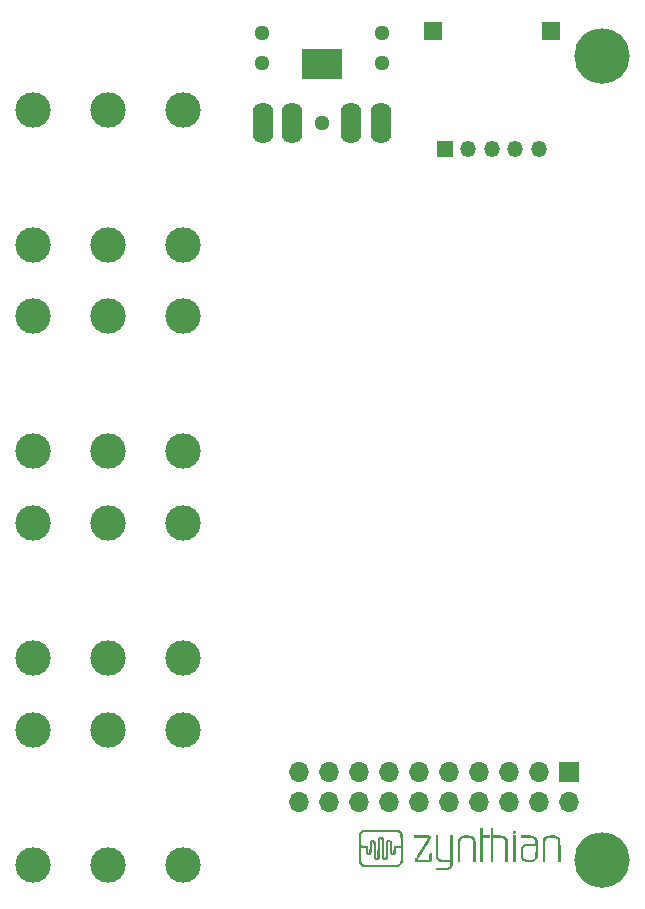
<source format=gbr>
G04 #@! TF.GenerationSoftware,KiCad,Pcbnew,5.1.7-a382d34a8~88~ubuntu18.04.1*
G04 #@! TF.CreationDate,2021-03-11T03:59:41+01:00*
G04 #@! TF.ProjectId,ZynAudioCon,5a796e41-7564-4696-9f43-6f6e2e6b6963,rev?*
G04 #@! TF.SameCoordinates,Original*
G04 #@! TF.FileFunction,Soldermask,Top*
G04 #@! TF.FilePolarity,Negative*
%FSLAX46Y46*%
G04 Gerber Fmt 4.6, Leading zero omitted, Abs format (unit mm)*
G04 Created by KiCad (PCBNEW 5.1.7-a382d34a8~88~ubuntu18.04.1) date 2021-03-11 03:59:41*
%MOMM*%
%LPD*%
G01*
G04 APERTURE LIST*
%ADD10C,0.010000*%
%ADD11O,1.750000X3.500000*%
%ADD12R,3.500000X2.500000*%
%ADD13C,1.280000*%
%ADD14R,1.524000X1.524000*%
%ADD15R,1.350000X1.350000*%
%ADD16O,1.350000X1.350000*%
%ADD17C,4.700000*%
%ADD18O,1.700000X1.700000*%
%ADD19R,1.700000X1.700000*%
%ADD20C,3.000000*%
G04 APERTURE END LIST*
D10*
G04 #@! TO.C,G\u002A\u002A\u002A*
G36*
X101711122Y-117441058D02*
G01*
X101746275Y-117478566D01*
X101758750Y-117533320D01*
X101745673Y-117584075D01*
X101712134Y-117618543D01*
X101666667Y-117633367D01*
X101617807Y-117625190D01*
X101584125Y-117602000D01*
X101555835Y-117555449D01*
X101554089Y-117506654D01*
X101575427Y-117463758D01*
X101616388Y-117434904D01*
X101658320Y-117427375D01*
X101711122Y-117441058D01*
G37*
X101711122Y-117441058D02*
X101746275Y-117478566D01*
X101758750Y-117533320D01*
X101745673Y-117584075D01*
X101712134Y-117618543D01*
X101666667Y-117633367D01*
X101617807Y-117625190D01*
X101584125Y-117602000D01*
X101555835Y-117555449D01*
X101554089Y-117506654D01*
X101575427Y-117463758D01*
X101616388Y-117434904D01*
X101658320Y-117427375D01*
X101711122Y-117441058D01*
G36*
X104946862Y-117848644D02*
G01*
X105029061Y-117849794D01*
X105090681Y-117852284D01*
X105137306Y-117856636D01*
X105174521Y-117863372D01*
X105207912Y-117873016D01*
X105243062Y-117886089D01*
X105243312Y-117886188D01*
X105343925Y-117940858D01*
X105425954Y-118015964D01*
X105484354Y-118106413D01*
X105499784Y-118145192D01*
X105505799Y-118165805D01*
X105510937Y-118190332D01*
X105515288Y-118221416D01*
X105518943Y-118261701D01*
X105521991Y-118313832D01*
X105524522Y-118380451D01*
X105526626Y-118464204D01*
X105528393Y-118567733D01*
X105529912Y-118693683D01*
X105531274Y-118844699D01*
X105532569Y-119023422D01*
X105533256Y-119129968D01*
X105538901Y-120030875D01*
X105410000Y-120030875D01*
X105410000Y-119182343D01*
X105409661Y-118971945D01*
X105408658Y-118785974D01*
X105407014Y-118625589D01*
X105404748Y-118491945D01*
X105401882Y-118386200D01*
X105398437Y-118309512D01*
X105394435Y-118263036D01*
X105393019Y-118254635D01*
X105360090Y-118169966D01*
X105302974Y-118092635D01*
X105229209Y-118031326D01*
X105175552Y-118004045D01*
X105142576Y-117993214D01*
X105104622Y-117985378D01*
X105056137Y-117980093D01*
X104991570Y-117976911D01*
X104905368Y-117975387D01*
X104814687Y-117975062D01*
X104692473Y-117976201D01*
X104596767Y-117980485D01*
X104522379Y-117989217D01*
X104464120Y-118003700D01*
X104416803Y-118025236D01*
X104375237Y-118055127D01*
X104334233Y-118094676D01*
X104333014Y-118095965D01*
X104312882Y-118117972D01*
X104295721Y-118139746D01*
X104281296Y-118163890D01*
X104269368Y-118193006D01*
X104259700Y-118229698D01*
X104252055Y-118276570D01*
X104246196Y-118336225D01*
X104241885Y-118411266D01*
X104238885Y-118504296D01*
X104236960Y-118617918D01*
X104235870Y-118754736D01*
X104235381Y-118917354D01*
X104235253Y-119108374D01*
X104235250Y-119168568D01*
X104235250Y-120030875D01*
X104124125Y-120030875D01*
X104124125Y-119146885D01*
X104124154Y-118941753D01*
X104124442Y-118765794D01*
X104125286Y-118616430D01*
X104126987Y-118491085D01*
X104129841Y-118387180D01*
X104134149Y-118302139D01*
X104140209Y-118233385D01*
X104148320Y-118178340D01*
X104158780Y-118134427D01*
X104171888Y-118099069D01*
X104187943Y-118069689D01*
X104207244Y-118043709D01*
X104230089Y-118018551D01*
X104256777Y-117991640D01*
X104258203Y-117990217D01*
X104305198Y-117946737D01*
X104351764Y-117912980D01*
X104402732Y-117887763D01*
X104462929Y-117869905D01*
X104537185Y-117858227D01*
X104630329Y-117851547D01*
X104747190Y-117848684D01*
X104838500Y-117848311D01*
X104946862Y-117848644D01*
G37*
X104946862Y-117848644D02*
X105029061Y-117849794D01*
X105090681Y-117852284D01*
X105137306Y-117856636D01*
X105174521Y-117863372D01*
X105207912Y-117873016D01*
X105243062Y-117886089D01*
X105243312Y-117886188D01*
X105343925Y-117940858D01*
X105425954Y-118015964D01*
X105484354Y-118106413D01*
X105499784Y-118145192D01*
X105505799Y-118165805D01*
X105510937Y-118190332D01*
X105515288Y-118221416D01*
X105518943Y-118261701D01*
X105521991Y-118313832D01*
X105524522Y-118380451D01*
X105526626Y-118464204D01*
X105528393Y-118567733D01*
X105529912Y-118693683D01*
X105531274Y-118844699D01*
X105532569Y-119023422D01*
X105533256Y-119129968D01*
X105538901Y-120030875D01*
X105410000Y-120030875D01*
X105410000Y-119182343D01*
X105409661Y-118971945D01*
X105408658Y-118785974D01*
X105407014Y-118625589D01*
X105404748Y-118491945D01*
X105401882Y-118386200D01*
X105398437Y-118309512D01*
X105394435Y-118263036D01*
X105393019Y-118254635D01*
X105360090Y-118169966D01*
X105302974Y-118092635D01*
X105229209Y-118031326D01*
X105175552Y-118004045D01*
X105142576Y-117993214D01*
X105104622Y-117985378D01*
X105056137Y-117980093D01*
X104991570Y-117976911D01*
X104905368Y-117975387D01*
X104814687Y-117975062D01*
X104692473Y-117976201D01*
X104596767Y-117980485D01*
X104522379Y-117989217D01*
X104464120Y-118003700D01*
X104416803Y-118025236D01*
X104375237Y-118055127D01*
X104334233Y-118094676D01*
X104333014Y-118095965D01*
X104312882Y-118117972D01*
X104295721Y-118139746D01*
X104281296Y-118163890D01*
X104269368Y-118193006D01*
X104259700Y-118229698D01*
X104252055Y-118276570D01*
X104246196Y-118336225D01*
X104241885Y-118411266D01*
X104238885Y-118504296D01*
X104236960Y-118617918D01*
X104235870Y-118754736D01*
X104235381Y-118917354D01*
X104235253Y-119108374D01*
X104235250Y-119168568D01*
X104235250Y-120030875D01*
X104124125Y-120030875D01*
X104124125Y-119146885D01*
X104124154Y-118941753D01*
X104124442Y-118765794D01*
X104125286Y-118616430D01*
X104126987Y-118491085D01*
X104129841Y-118387180D01*
X104134149Y-118302139D01*
X104140209Y-118233385D01*
X104148320Y-118178340D01*
X104158780Y-118134427D01*
X104171888Y-118099069D01*
X104187943Y-118069689D01*
X104207244Y-118043709D01*
X104230089Y-118018551D01*
X104256777Y-117991640D01*
X104258203Y-117990217D01*
X104305198Y-117946737D01*
X104351764Y-117912980D01*
X104402732Y-117887763D01*
X104462929Y-117869905D01*
X104537185Y-117858227D01*
X104630329Y-117851547D01*
X104747190Y-117848684D01*
X104838500Y-117848311D01*
X104946862Y-117848644D01*
G36*
X102723156Y-117843427D02*
G01*
X102861214Y-117845141D01*
X102971506Y-117846882D01*
X103058011Y-117848945D01*
X103124712Y-117851626D01*
X103175589Y-117855217D01*
X103214625Y-117860014D01*
X103245801Y-117866311D01*
X103273099Y-117874402D01*
X103300499Y-117884581D01*
X103305273Y-117886469D01*
X103411277Y-117943504D01*
X103499110Y-118021243D01*
X103563164Y-118114537D01*
X103570670Y-118130208D01*
X103608187Y-118213187D01*
X103608187Y-119689562D01*
X103561021Y-119774719D01*
X103491843Y-119869717D01*
X103401522Y-119948673D01*
X103321213Y-119994131D01*
X103276292Y-120006238D01*
X103206610Y-120015839D01*
X103119067Y-120022816D01*
X103020562Y-120027050D01*
X102917995Y-120028420D01*
X102818266Y-120026808D01*
X102728274Y-120022095D01*
X102654919Y-120014162D01*
X102616000Y-120006313D01*
X102494569Y-119958676D01*
X102394001Y-119889172D01*
X102316457Y-119799817D01*
X102264104Y-119692628D01*
X102257838Y-119672687D01*
X102249154Y-119636488D01*
X102242899Y-119593274D01*
X102238850Y-119538189D01*
X102236781Y-119466377D01*
X102236470Y-119373735D01*
X102347374Y-119373735D01*
X102349190Y-119480221D01*
X102354995Y-119564045D01*
X102365663Y-119629710D01*
X102382069Y-119681720D01*
X102405087Y-119724579D01*
X102435590Y-119762792D01*
X102453734Y-119781379D01*
X102500306Y-119822487D01*
X102548056Y-119853370D01*
X102602455Y-119875415D01*
X102668977Y-119890010D01*
X102753097Y-119898544D01*
X102860287Y-119902403D01*
X102933500Y-119903043D01*
X103026799Y-119902213D01*
X103113714Y-119899493D01*
X103187183Y-119895249D01*
X103240143Y-119889845D01*
X103258937Y-119886253D01*
X103318509Y-119857537D01*
X103379630Y-119808144D01*
X103433103Y-119747272D01*
X103469731Y-119684118D01*
X103474747Y-119670421D01*
X103481512Y-119632301D01*
X103487472Y-119563244D01*
X103492589Y-119464053D01*
X103496824Y-119335532D01*
X103500137Y-119178485D01*
X103500905Y-119128821D01*
X103507809Y-118647455D01*
X103073811Y-118653181D01*
X102939340Y-118655242D01*
X102832841Y-118657637D01*
X102750536Y-118660608D01*
X102688645Y-118664398D01*
X102643390Y-118669251D01*
X102610993Y-118675407D01*
X102587676Y-118683112D01*
X102584250Y-118684636D01*
X102496144Y-118737123D01*
X102428692Y-118806411D01*
X102397707Y-118853317D01*
X102382749Y-118879674D01*
X102371581Y-118904093D01*
X102363551Y-118931713D01*
X102358008Y-118967673D01*
X102354301Y-119017110D01*
X102351778Y-119085165D01*
X102349787Y-119176975D01*
X102348673Y-119240081D01*
X102347374Y-119373735D01*
X102236470Y-119373735D01*
X102236467Y-119372982D01*
X102237684Y-119253148D01*
X102237858Y-119241148D01*
X102239808Y-119125511D01*
X102242113Y-119036785D01*
X102245218Y-118970134D01*
X102249569Y-118920718D01*
X102255612Y-118883701D01*
X102263794Y-118854245D01*
X102274560Y-118827511D01*
X102276364Y-118823568D01*
X102341383Y-118717870D01*
X102428165Y-118635224D01*
X102501992Y-118590855D01*
X102592187Y-118546562D01*
X103044625Y-118538625D01*
X103497062Y-118530687D01*
X103493010Y-118395750D01*
X103480846Y-118276235D01*
X103451079Y-118180461D01*
X103401841Y-118104592D01*
X103331268Y-118044792D01*
X103318303Y-118036717D01*
X103262046Y-118007457D01*
X103205793Y-117985157D01*
X103175881Y-117977361D01*
X103144431Y-117974745D01*
X103086029Y-117972377D01*
X103005474Y-117970352D01*
X102907562Y-117968767D01*
X102797093Y-117967717D01*
X102678863Y-117967301D01*
X102675531Y-117967299D01*
X102235000Y-117967125D01*
X102235000Y-117837703D01*
X102723156Y-117843427D01*
G37*
X102723156Y-117843427D02*
X102861214Y-117845141D01*
X102971506Y-117846882D01*
X103058011Y-117848945D01*
X103124712Y-117851626D01*
X103175589Y-117855217D01*
X103214625Y-117860014D01*
X103245801Y-117866311D01*
X103273099Y-117874402D01*
X103300499Y-117884581D01*
X103305273Y-117886469D01*
X103411277Y-117943504D01*
X103499110Y-118021243D01*
X103563164Y-118114537D01*
X103570670Y-118130208D01*
X103608187Y-118213187D01*
X103608187Y-119689562D01*
X103561021Y-119774719D01*
X103491843Y-119869717D01*
X103401522Y-119948673D01*
X103321213Y-119994131D01*
X103276292Y-120006238D01*
X103206610Y-120015839D01*
X103119067Y-120022816D01*
X103020562Y-120027050D01*
X102917995Y-120028420D01*
X102818266Y-120026808D01*
X102728274Y-120022095D01*
X102654919Y-120014162D01*
X102616000Y-120006313D01*
X102494569Y-119958676D01*
X102394001Y-119889172D01*
X102316457Y-119799817D01*
X102264104Y-119692628D01*
X102257838Y-119672687D01*
X102249154Y-119636488D01*
X102242899Y-119593274D01*
X102238850Y-119538189D01*
X102236781Y-119466377D01*
X102236470Y-119373735D01*
X102347374Y-119373735D01*
X102349190Y-119480221D01*
X102354995Y-119564045D01*
X102365663Y-119629710D01*
X102382069Y-119681720D01*
X102405087Y-119724579D01*
X102435590Y-119762792D01*
X102453734Y-119781379D01*
X102500306Y-119822487D01*
X102548056Y-119853370D01*
X102602455Y-119875415D01*
X102668977Y-119890010D01*
X102753097Y-119898544D01*
X102860287Y-119902403D01*
X102933500Y-119903043D01*
X103026799Y-119902213D01*
X103113714Y-119899493D01*
X103187183Y-119895249D01*
X103240143Y-119889845D01*
X103258937Y-119886253D01*
X103318509Y-119857537D01*
X103379630Y-119808144D01*
X103433103Y-119747272D01*
X103469731Y-119684118D01*
X103474747Y-119670421D01*
X103481512Y-119632301D01*
X103487472Y-119563244D01*
X103492589Y-119464053D01*
X103496824Y-119335532D01*
X103500137Y-119178485D01*
X103500905Y-119128821D01*
X103507809Y-118647455D01*
X103073811Y-118653181D01*
X102939340Y-118655242D01*
X102832841Y-118657637D01*
X102750536Y-118660608D01*
X102688645Y-118664398D01*
X102643390Y-118669251D01*
X102610993Y-118675407D01*
X102587676Y-118683112D01*
X102584250Y-118684636D01*
X102496144Y-118737123D01*
X102428692Y-118806411D01*
X102397707Y-118853317D01*
X102382749Y-118879674D01*
X102371581Y-118904093D01*
X102363551Y-118931713D01*
X102358008Y-118967673D01*
X102354301Y-119017110D01*
X102351778Y-119085165D01*
X102349787Y-119176975D01*
X102348673Y-119240081D01*
X102347374Y-119373735D01*
X102236470Y-119373735D01*
X102236467Y-119372982D01*
X102237684Y-119253148D01*
X102237858Y-119241148D01*
X102239808Y-119125511D01*
X102242113Y-119036785D01*
X102245218Y-118970134D01*
X102249569Y-118920718D01*
X102255612Y-118883701D01*
X102263794Y-118854245D01*
X102274560Y-118827511D01*
X102276364Y-118823568D01*
X102341383Y-118717870D01*
X102428165Y-118635224D01*
X102501992Y-118590855D01*
X102592187Y-118546562D01*
X103044625Y-118538625D01*
X103497062Y-118530687D01*
X103493010Y-118395750D01*
X103480846Y-118276235D01*
X103451079Y-118180461D01*
X103401841Y-118104592D01*
X103331268Y-118044792D01*
X103318303Y-118036717D01*
X103262046Y-118007457D01*
X103205793Y-117985157D01*
X103175881Y-117977361D01*
X103144431Y-117974745D01*
X103086029Y-117972377D01*
X103005474Y-117970352D01*
X102907562Y-117968767D01*
X102797093Y-117967717D01*
X102678863Y-117967301D01*
X102675531Y-117967299D01*
X102235000Y-117967125D01*
X102235000Y-117837703D01*
X102723156Y-117843427D01*
G36*
X101727000Y-120030875D02*
G01*
X101584125Y-120030875D01*
X101584125Y-117840125D01*
X101727000Y-117840125D01*
X101727000Y-120030875D01*
G37*
X101727000Y-120030875D02*
X101584125Y-120030875D01*
X101584125Y-117840125D01*
X101727000Y-117840125D01*
X101727000Y-120030875D01*
G36*
X99853750Y-117840125D02*
G01*
X100206968Y-117840400D01*
X100365825Y-117841830D01*
X100497039Y-117846418D01*
X100604634Y-117855021D01*
X100692632Y-117868498D01*
X100765059Y-117887706D01*
X100825936Y-117913501D01*
X100879288Y-117946740D01*
X100929138Y-117988282D01*
X100937320Y-117996008D01*
X100977989Y-118044765D01*
X101016108Y-118106297D01*
X101032570Y-118141102D01*
X101040155Y-118160401D01*
X101046593Y-118179608D01*
X101051994Y-118201400D01*
X101056467Y-118228450D01*
X101060119Y-118263433D01*
X101063061Y-118309023D01*
X101065400Y-118367896D01*
X101067246Y-118442725D01*
X101068706Y-118536186D01*
X101069891Y-118650952D01*
X101070908Y-118789699D01*
X101071866Y-118955101D01*
X101072774Y-119129968D01*
X101077361Y-120030875D01*
X100950380Y-120030875D01*
X100945784Y-119145392D01*
X100941187Y-118259909D01*
X100901428Y-118182678D01*
X100867976Y-118125146D01*
X100830506Y-118078614D01*
X100785430Y-118041970D01*
X100729161Y-118014100D01*
X100658108Y-117993893D01*
X100568685Y-117980236D01*
X100457303Y-117972016D01*
X100320373Y-117968122D01*
X100206968Y-117967372D01*
X99853750Y-117967125D01*
X99853750Y-120030875D01*
X99726750Y-120030875D01*
X99726750Y-117173375D01*
X99853750Y-117173375D01*
X99853750Y-117840125D01*
G37*
X99853750Y-117840125D02*
X100206968Y-117840400D01*
X100365825Y-117841830D01*
X100497039Y-117846418D01*
X100604634Y-117855021D01*
X100692632Y-117868498D01*
X100765059Y-117887706D01*
X100825936Y-117913501D01*
X100879288Y-117946740D01*
X100929138Y-117988282D01*
X100937320Y-117996008D01*
X100977989Y-118044765D01*
X101016108Y-118106297D01*
X101032570Y-118141102D01*
X101040155Y-118160401D01*
X101046593Y-118179608D01*
X101051994Y-118201400D01*
X101056467Y-118228450D01*
X101060119Y-118263433D01*
X101063061Y-118309023D01*
X101065400Y-118367896D01*
X101067246Y-118442725D01*
X101068706Y-118536186D01*
X101069891Y-118650952D01*
X101070908Y-118789699D01*
X101071866Y-118955101D01*
X101072774Y-119129968D01*
X101077361Y-120030875D01*
X100950380Y-120030875D01*
X100945784Y-119145392D01*
X100941187Y-118259909D01*
X100901428Y-118182678D01*
X100867976Y-118125146D01*
X100830506Y-118078614D01*
X100785430Y-118041970D01*
X100729161Y-118014100D01*
X100658108Y-117993893D01*
X100568685Y-117980236D01*
X100457303Y-117972016D01*
X100320373Y-117968122D01*
X100206968Y-117967372D01*
X99853750Y-117967125D01*
X99853750Y-120030875D01*
X99726750Y-120030875D01*
X99726750Y-117173375D01*
X99853750Y-117173375D01*
X99853750Y-117840125D01*
G36*
X98948875Y-117840125D02*
G01*
X99536250Y-117840125D01*
X99536250Y-117967125D01*
X98948875Y-117967125D01*
X98948875Y-120030875D01*
X98806000Y-120030875D01*
X98806000Y-117173375D01*
X98948875Y-117173375D01*
X98948875Y-117840125D01*
G37*
X98948875Y-117840125D02*
X99536250Y-117840125D01*
X99536250Y-117967125D01*
X98948875Y-117967125D01*
X98948875Y-120030875D01*
X98806000Y-120030875D01*
X98806000Y-117173375D01*
X98948875Y-117173375D01*
X98948875Y-117840125D01*
G36*
X97704002Y-117843098D02*
G01*
X97809398Y-117848289D01*
X97905601Y-117856311D01*
X97985135Y-117866908D01*
X98040520Y-117879822D01*
X98040828Y-117879928D01*
X98142947Y-117930762D01*
X98227629Y-118004688D01*
X98289555Y-118096749D01*
X98301020Y-118122420D01*
X98308792Y-118142083D01*
X98315394Y-118161288D01*
X98320935Y-118182702D01*
X98325526Y-118208990D01*
X98329278Y-118242816D01*
X98332300Y-118286846D01*
X98334703Y-118343745D01*
X98336596Y-118416178D01*
X98338092Y-118506811D01*
X98339299Y-118618308D01*
X98340328Y-118753335D01*
X98341289Y-118914557D01*
X98342293Y-119104640D01*
X98342382Y-119122031D01*
X98347078Y-120030875D01*
X98218625Y-120030875D01*
X98218625Y-119168568D01*
X98218552Y-118969007D01*
X98218183Y-118798589D01*
X98217286Y-118654711D01*
X98215631Y-118534767D01*
X98212988Y-118436150D01*
X98209128Y-118356257D01*
X98203819Y-118292480D01*
X98196833Y-118242215D01*
X98187938Y-118202857D01*
X98176905Y-118171800D01*
X98163503Y-118146438D01*
X98147503Y-118124166D01*
X98128674Y-118102378D01*
X98124008Y-118097260D01*
X98079390Y-118058334D01*
X98023167Y-118021654D01*
X98000477Y-118010017D01*
X97970207Y-117997260D01*
X97939429Y-117988039D01*
X97902407Y-117981789D01*
X97853407Y-117977943D01*
X97786694Y-117975935D01*
X97696533Y-117975199D01*
X97647125Y-117975132D01*
X97524811Y-117975996D01*
X97429068Y-117979478D01*
X97354747Y-117986807D01*
X97296698Y-117999211D01*
X97249773Y-118017920D01*
X97208822Y-118044163D01*
X97168697Y-118079169D01*
X97155009Y-118092603D01*
X97107649Y-118145281D01*
X97079171Y-118193225D01*
X97062008Y-118249273D01*
X97061630Y-118251019D01*
X97056886Y-118290728D01*
X97052878Y-118362178D01*
X97049605Y-118465369D01*
X97047069Y-118600300D01*
X97045268Y-118766972D01*
X97044204Y-118965384D01*
X97043875Y-119182343D01*
X97043875Y-120030875D01*
X96931763Y-120030875D01*
X96936225Y-119114093D01*
X96940687Y-118197312D01*
X96977257Y-118117937D01*
X97035755Y-118021278D01*
X97113177Y-117946844D01*
X97212301Y-117892631D01*
X97335900Y-117856631D01*
X97340064Y-117855802D01*
X97407446Y-117847091D01*
X97495548Y-117842242D01*
X97596893Y-117840996D01*
X97704002Y-117843098D01*
G37*
X97704002Y-117843098D02*
X97809398Y-117848289D01*
X97905601Y-117856311D01*
X97985135Y-117866908D01*
X98040520Y-117879822D01*
X98040828Y-117879928D01*
X98142947Y-117930762D01*
X98227629Y-118004688D01*
X98289555Y-118096749D01*
X98301020Y-118122420D01*
X98308792Y-118142083D01*
X98315394Y-118161288D01*
X98320935Y-118182702D01*
X98325526Y-118208990D01*
X98329278Y-118242816D01*
X98332300Y-118286846D01*
X98334703Y-118343745D01*
X98336596Y-118416178D01*
X98338092Y-118506811D01*
X98339299Y-118618308D01*
X98340328Y-118753335D01*
X98341289Y-118914557D01*
X98342293Y-119104640D01*
X98342382Y-119122031D01*
X98347078Y-120030875D01*
X98218625Y-120030875D01*
X98218625Y-119168568D01*
X98218552Y-118969007D01*
X98218183Y-118798589D01*
X98217286Y-118654711D01*
X98215631Y-118534767D01*
X98212988Y-118436150D01*
X98209128Y-118356257D01*
X98203819Y-118292480D01*
X98196833Y-118242215D01*
X98187938Y-118202857D01*
X98176905Y-118171800D01*
X98163503Y-118146438D01*
X98147503Y-118124166D01*
X98128674Y-118102378D01*
X98124008Y-118097260D01*
X98079390Y-118058334D01*
X98023167Y-118021654D01*
X98000477Y-118010017D01*
X97970207Y-117997260D01*
X97939429Y-117988039D01*
X97902407Y-117981789D01*
X97853407Y-117977943D01*
X97786694Y-117975935D01*
X97696533Y-117975199D01*
X97647125Y-117975132D01*
X97524811Y-117975996D01*
X97429068Y-117979478D01*
X97354747Y-117986807D01*
X97296698Y-117999211D01*
X97249773Y-118017920D01*
X97208822Y-118044163D01*
X97168697Y-118079169D01*
X97155009Y-118092603D01*
X97107649Y-118145281D01*
X97079171Y-118193225D01*
X97062008Y-118249273D01*
X97061630Y-118251019D01*
X97056886Y-118290728D01*
X97052878Y-118362178D01*
X97049605Y-118465369D01*
X97047069Y-118600300D01*
X97045268Y-118766972D01*
X97044204Y-118965384D01*
X97043875Y-119182343D01*
X97043875Y-120030875D01*
X96931763Y-120030875D01*
X96936225Y-119114093D01*
X96940687Y-118197312D01*
X96977257Y-118117937D01*
X97035755Y-118021278D01*
X97113177Y-117946844D01*
X97212301Y-117892631D01*
X97335900Y-117856631D01*
X97340064Y-117855802D01*
X97407446Y-117847091D01*
X97495548Y-117842242D01*
X97596893Y-117840996D01*
X97704002Y-117843098D01*
G36*
X93899952Y-117843582D02*
G01*
X94060757Y-117844741D01*
X94192783Y-117845894D01*
X94299001Y-117847202D01*
X94382379Y-117848824D01*
X94445889Y-117850920D01*
X94492500Y-117853649D01*
X94525184Y-117857172D01*
X94546910Y-117861647D01*
X94560648Y-117867235D01*
X94569369Y-117874095D01*
X94574135Y-117879812D01*
X94584824Y-117894867D01*
X94592650Y-117910154D01*
X94596579Y-117927636D01*
X94595578Y-117949275D01*
X94588614Y-117977034D01*
X94574653Y-118012877D01*
X94552662Y-118058765D01*
X94521609Y-118116663D01*
X94480460Y-118188531D01*
X94428182Y-118276334D01*
X94363742Y-118382034D01*
X94286107Y-118507594D01*
X94194243Y-118654976D01*
X94087117Y-118826144D01*
X94017791Y-118936764D01*
X93920158Y-119092628D01*
X93827449Y-119240837D01*
X93741050Y-119379162D01*
X93662349Y-119505373D01*
X93592730Y-119617242D01*
X93533581Y-119712537D01*
X93486288Y-119789032D01*
X93452237Y-119844495D01*
X93432815Y-119876698D01*
X93428718Y-119884031D01*
X93441596Y-119889379D01*
X93481656Y-119893967D01*
X93544337Y-119897778D01*
X93625078Y-119900796D01*
X93719320Y-119903002D01*
X93822502Y-119904382D01*
X93930063Y-119904916D01*
X94037445Y-119904589D01*
X94140086Y-119903384D01*
X94233426Y-119901282D01*
X94312905Y-119898269D01*
X94373963Y-119894325D01*
X94412040Y-119889435D01*
X94418489Y-119887716D01*
X94451911Y-119872647D01*
X94476393Y-119850976D01*
X94493505Y-119817835D01*
X94504816Y-119768353D01*
X94511895Y-119697660D01*
X94516312Y-119600888D01*
X94516884Y-119582406D01*
X94523353Y-119364125D01*
X94649599Y-119364125D01*
X94644113Y-119606218D01*
X94640610Y-119714601D01*
X94634802Y-119796437D01*
X94625355Y-119856912D01*
X94610935Y-119901216D01*
X94590206Y-119934534D01*
X94561835Y-119962056D01*
X94550271Y-119970969D01*
X94506676Y-119995006D01*
X94453843Y-120013992D01*
X94447083Y-120015675D01*
X94410231Y-120020459D01*
X94348058Y-120024322D01*
X94265197Y-120027284D01*
X94166282Y-120029367D01*
X94055947Y-120030593D01*
X93938826Y-120030982D01*
X93819552Y-120030557D01*
X93702759Y-120029339D01*
X93593080Y-120027349D01*
X93495150Y-120024609D01*
X93413602Y-120021139D01*
X93353069Y-120016963D01*
X93318186Y-120012100D01*
X93313250Y-120010429D01*
X93279048Y-119977349D01*
X93268291Y-119928625D01*
X93282215Y-119871302D01*
X93287092Y-119861272D01*
X93299292Y-119840470D01*
X93326862Y-119795055D01*
X93368364Y-119727352D01*
X93422362Y-119639684D01*
X93487419Y-119534377D01*
X93562099Y-119413754D01*
X93644964Y-119280139D01*
X93734577Y-119135857D01*
X93829502Y-118983233D01*
X93883930Y-118895812D01*
X94457395Y-117975062D01*
X93853572Y-117970905D01*
X93249750Y-117966747D01*
X93249750Y-117839103D01*
X93899952Y-117843582D01*
G37*
X93899952Y-117843582D02*
X94060757Y-117844741D01*
X94192783Y-117845894D01*
X94299001Y-117847202D01*
X94382379Y-117848824D01*
X94445889Y-117850920D01*
X94492500Y-117853649D01*
X94525184Y-117857172D01*
X94546910Y-117861647D01*
X94560648Y-117867235D01*
X94569369Y-117874095D01*
X94574135Y-117879812D01*
X94584824Y-117894867D01*
X94592650Y-117910154D01*
X94596579Y-117927636D01*
X94595578Y-117949275D01*
X94588614Y-117977034D01*
X94574653Y-118012877D01*
X94552662Y-118058765D01*
X94521609Y-118116663D01*
X94480460Y-118188531D01*
X94428182Y-118276334D01*
X94363742Y-118382034D01*
X94286107Y-118507594D01*
X94194243Y-118654976D01*
X94087117Y-118826144D01*
X94017791Y-118936764D01*
X93920158Y-119092628D01*
X93827449Y-119240837D01*
X93741050Y-119379162D01*
X93662349Y-119505373D01*
X93592730Y-119617242D01*
X93533581Y-119712537D01*
X93486288Y-119789032D01*
X93452237Y-119844495D01*
X93432815Y-119876698D01*
X93428718Y-119884031D01*
X93441596Y-119889379D01*
X93481656Y-119893967D01*
X93544337Y-119897778D01*
X93625078Y-119900796D01*
X93719320Y-119903002D01*
X93822502Y-119904382D01*
X93930063Y-119904916D01*
X94037445Y-119904589D01*
X94140086Y-119903384D01*
X94233426Y-119901282D01*
X94312905Y-119898269D01*
X94373963Y-119894325D01*
X94412040Y-119889435D01*
X94418489Y-119887716D01*
X94451911Y-119872647D01*
X94476393Y-119850976D01*
X94493505Y-119817835D01*
X94504816Y-119768353D01*
X94511895Y-119697660D01*
X94516312Y-119600888D01*
X94516884Y-119582406D01*
X94523353Y-119364125D01*
X94649599Y-119364125D01*
X94644113Y-119606218D01*
X94640610Y-119714601D01*
X94634802Y-119796437D01*
X94625355Y-119856912D01*
X94610935Y-119901216D01*
X94590206Y-119934534D01*
X94561835Y-119962056D01*
X94550271Y-119970969D01*
X94506676Y-119995006D01*
X94453843Y-120013992D01*
X94447083Y-120015675D01*
X94410231Y-120020459D01*
X94348058Y-120024322D01*
X94265197Y-120027284D01*
X94166282Y-120029367D01*
X94055947Y-120030593D01*
X93938826Y-120030982D01*
X93819552Y-120030557D01*
X93702759Y-120029339D01*
X93593080Y-120027349D01*
X93495150Y-120024609D01*
X93413602Y-120021139D01*
X93353069Y-120016963D01*
X93318186Y-120012100D01*
X93313250Y-120010429D01*
X93279048Y-119977349D01*
X93268291Y-119928625D01*
X93282215Y-119871302D01*
X93287092Y-119861272D01*
X93299292Y-119840470D01*
X93326862Y-119795055D01*
X93368364Y-119727352D01*
X93422362Y-119639684D01*
X93487419Y-119534377D01*
X93562099Y-119413754D01*
X93644964Y-119280139D01*
X93734577Y-119135857D01*
X93829502Y-118983233D01*
X93883930Y-118895812D01*
X94457395Y-117975062D01*
X93853572Y-117970905D01*
X93249750Y-117966747D01*
X93249750Y-117839103D01*
X93899952Y-117843582D01*
G36*
X91884500Y-117397415D02*
G01*
X91993346Y-117466263D01*
X92081695Y-117558449D01*
X92136709Y-117649625D01*
X92178187Y-117736937D01*
X92178187Y-118895812D01*
X92178176Y-119115258D01*
X92178099Y-119305238D01*
X92177892Y-119468037D01*
X92177492Y-119605939D01*
X92176835Y-119721230D01*
X92175856Y-119816192D01*
X92174491Y-119893111D01*
X92172676Y-119954270D01*
X92170347Y-120001955D01*
X92167440Y-120038450D01*
X92163892Y-120066040D01*
X92159637Y-120087008D01*
X92154612Y-120103639D01*
X92148753Y-120118217D01*
X92143591Y-120129573D01*
X92092878Y-120213551D01*
X92023419Y-120293695D01*
X91944611Y-120360426D01*
X91879956Y-120398261D01*
X91797187Y-120435687D01*
X90376375Y-120439256D01*
X90131428Y-120439853D01*
X89916171Y-120440312D01*
X89728547Y-120440593D01*
X89566496Y-120440659D01*
X89427959Y-120440472D01*
X89310877Y-120439994D01*
X89213190Y-120439186D01*
X89132841Y-120438012D01*
X89067770Y-120436432D01*
X89015918Y-120434410D01*
X88975226Y-120431906D01*
X88943635Y-120428883D01*
X88919087Y-120425303D01*
X88899522Y-120421128D01*
X88882881Y-120416320D01*
X88868734Y-120411431D01*
X88762011Y-120359446D01*
X88674379Y-120285688D01*
X88618434Y-120214791D01*
X88601404Y-120189673D01*
X88586630Y-120166447D01*
X88573950Y-120142778D01*
X88563206Y-120116331D01*
X88554236Y-120084769D01*
X88546881Y-120045759D01*
X88540980Y-119996964D01*
X88536374Y-119936048D01*
X88532903Y-119860677D01*
X88530406Y-119768515D01*
X88528723Y-119657226D01*
X88527695Y-119524475D01*
X88527220Y-119385056D01*
X88630124Y-119385056D01*
X88630327Y-119550727D01*
X88631228Y-119687994D01*
X88633270Y-119800203D01*
X88636892Y-119890700D01*
X88642536Y-119962830D01*
X88650644Y-120019938D01*
X88661655Y-120065371D01*
X88676012Y-120102472D01*
X88694154Y-120134589D01*
X88716524Y-120165066D01*
X88736040Y-120188509D01*
X88786464Y-120236502D01*
X88847181Y-120279749D01*
X88875304Y-120294996D01*
X88955562Y-120332548D01*
X90376375Y-120328555D01*
X91797187Y-120324562D01*
X91863605Y-120281370D01*
X91934630Y-120229230D01*
X91985682Y-120174911D01*
X92027101Y-120106793D01*
X92037072Y-120086437D01*
X92046713Y-120065545D01*
X92054549Y-120045378D01*
X92060767Y-120022554D01*
X92065556Y-119993693D01*
X92069104Y-119955415D01*
X92071599Y-119904337D01*
X92073228Y-119837081D01*
X92074182Y-119750264D01*
X92074647Y-119640507D01*
X92074811Y-119504428D01*
X92074844Y-119407781D01*
X92075000Y-118808500D01*
X91845371Y-118808500D01*
X91755023Y-118808817D01*
X91691276Y-118810196D01*
X91648979Y-118813280D01*
X91622987Y-118818711D01*
X91608149Y-118827131D01*
X91599320Y-118839184D01*
X91599308Y-118839206D01*
X91593021Y-118866335D01*
X91587844Y-118917961D01*
X91584293Y-118986834D01*
X91582880Y-119065707D01*
X91582875Y-119070963D01*
X91581207Y-119175890D01*
X91574963Y-119254447D01*
X91562278Y-119311894D01*
X91541287Y-119353494D01*
X91510126Y-119384511D01*
X91466932Y-119410206D01*
X91461814Y-119412717D01*
X91382404Y-119437112D01*
X91308461Y-119430381D01*
X91251244Y-119401660D01*
X91228102Y-119383050D01*
X91209792Y-119360807D01*
X91195756Y-119331218D01*
X91185438Y-119290569D01*
X91178280Y-119235145D01*
X91173725Y-119161234D01*
X91171215Y-119065121D01*
X91170195Y-118943093D01*
X91170065Y-118860603D01*
X91169878Y-118734651D01*
X91169180Y-118636390D01*
X91167705Y-118561759D01*
X91165185Y-118506701D01*
X91161355Y-118467156D01*
X91155946Y-118439065D01*
X91148694Y-118418370D01*
X91139932Y-118401992D01*
X91098713Y-118357208D01*
X91051123Y-118341900D01*
X91002309Y-118355956D01*
X90957414Y-118399264D01*
X90952769Y-118406064D01*
X90945477Y-118419394D01*
X90939432Y-118437138D01*
X90934467Y-118462394D01*
X90930411Y-118498260D01*
X90927097Y-118547834D01*
X90924354Y-118614214D01*
X90922016Y-118700499D01*
X90919911Y-118809786D01*
X90917872Y-118945175D01*
X90916125Y-119078378D01*
X90914002Y-119237860D01*
X90911940Y-119368676D01*
X90909773Y-119473906D01*
X90907336Y-119556635D01*
X90904465Y-119619943D01*
X90900995Y-119666914D01*
X90896759Y-119700629D01*
X90891594Y-119724172D01*
X90885334Y-119740623D01*
X90880185Y-119749614D01*
X90825856Y-119808239D01*
X90756315Y-119839752D01*
X90693875Y-119846480D01*
X90613116Y-119834714D01*
X90551079Y-119798188D01*
X90507674Y-119741006D01*
X90501239Y-119727116D01*
X90495821Y-119709148D01*
X90491312Y-119684341D01*
X90487605Y-119649933D01*
X90484591Y-119603164D01*
X90482163Y-119541272D01*
X90480214Y-119461496D01*
X90478634Y-119361073D01*
X90477318Y-119237244D01*
X90476156Y-119087247D01*
X90475041Y-118908320D01*
X90475017Y-118904160D01*
X90473961Y-118726121D01*
X90472947Y-118577105D01*
X90471847Y-118454383D01*
X90470533Y-118355229D01*
X90468877Y-118276914D01*
X90466752Y-118216712D01*
X90464029Y-118171894D01*
X90460582Y-118139733D01*
X90456282Y-118117503D01*
X90451002Y-118102475D01*
X90444613Y-118091921D01*
X90436989Y-118083116D01*
X90436531Y-118082628D01*
X90388775Y-118052054D01*
X90334941Y-118049894D01*
X90282842Y-118076014D01*
X90272465Y-118085465D01*
X90233500Y-118124431D01*
X90233475Y-118899059D01*
X90233444Y-119083889D01*
X90233164Y-119239698D01*
X90232336Y-119369218D01*
X90230661Y-119475178D01*
X90227840Y-119560308D01*
X90223573Y-119627338D01*
X90217563Y-119678999D01*
X90209509Y-119718020D01*
X90199112Y-119747132D01*
X90186074Y-119769065D01*
X90170096Y-119786548D01*
X90150878Y-119802312D01*
X90133087Y-119815434D01*
X90073667Y-119841493D01*
X90002382Y-119847558D01*
X89931871Y-119833821D01*
X89888557Y-119811691D01*
X89864509Y-119793388D01*
X89844675Y-119773863D01*
X89828652Y-119750030D01*
X89816033Y-119718805D01*
X89806414Y-119677101D01*
X89799389Y-119621833D01*
X89794553Y-119549917D01*
X89791501Y-119458266D01*
X89789829Y-119343795D01*
X89789130Y-119203418D01*
X89789000Y-119053452D01*
X89788841Y-118889412D01*
X89788130Y-118754175D01*
X89786515Y-118644798D01*
X89783644Y-118558335D01*
X89779165Y-118491840D01*
X89772727Y-118442369D01*
X89763978Y-118406976D01*
X89752566Y-118382717D01*
X89738138Y-118366645D01*
X89720344Y-118355817D01*
X89704907Y-118349486D01*
X89653297Y-118345271D01*
X89604513Y-118365153D01*
X89571036Y-118403701D01*
X89568887Y-118408686D01*
X89563779Y-118437178D01*
X89559009Y-118493437D01*
X89554763Y-118573478D01*
X89551228Y-118673319D01*
X89548591Y-118788976D01*
X89547520Y-118864062D01*
X89545744Y-118999779D01*
X89543292Y-119107611D01*
X89539399Y-119191425D01*
X89533300Y-119255085D01*
X89524230Y-119302458D01*
X89511424Y-119337409D01*
X89494116Y-119363804D01*
X89471543Y-119385508D01*
X89442938Y-119406386D01*
X89439750Y-119408554D01*
X89372959Y-119436265D01*
X89301858Y-119436066D01*
X89233408Y-119409729D01*
X89174567Y-119359027D01*
X89158189Y-119336861D01*
X89146311Y-119312864D01*
X89137708Y-119279080D01*
X89131677Y-119229917D01*
X89127512Y-119159784D01*
X89124704Y-119071175D01*
X89121605Y-118989055D01*
X89116885Y-118917613D01*
X89111117Y-118863213D01*
X89104870Y-118832216D01*
X89102916Y-118828343D01*
X89084343Y-118819639D01*
X89043319Y-118813594D01*
X88976970Y-118809973D01*
X88882416Y-118808543D01*
X88858368Y-118808500D01*
X88630125Y-118808500D01*
X88630124Y-119385056D01*
X88527220Y-119385056D01*
X88527161Y-119367926D01*
X88526961Y-119185244D01*
X88526935Y-118974093D01*
X88526937Y-118879937D01*
X88526937Y-118252075D01*
X88630124Y-118252075D01*
X88630124Y-118694585D01*
X88883793Y-118699949D01*
X88978748Y-118702094D01*
X89047343Y-118704476D01*
X89094960Y-118707988D01*
X89126981Y-118713521D01*
X89148789Y-118721969D01*
X89165767Y-118734224D01*
X89181419Y-118749298D01*
X89198409Y-118767340D01*
X89210542Y-118785672D01*
X89218866Y-118809953D01*
X89224429Y-118845841D01*
X89228280Y-118898996D01*
X89231468Y-118975076D01*
X89233344Y-119029478D01*
X89237005Y-119123508D01*
X89241141Y-119191156D01*
X89246511Y-119237789D01*
X89253878Y-119268775D01*
X89264002Y-119289481D01*
X89271554Y-119299023D01*
X89314458Y-119327263D01*
X89360350Y-119328366D01*
X89401088Y-119304929D01*
X89428530Y-119259550D01*
X89431741Y-119247921D01*
X89434025Y-119223121D01*
X89436363Y-119171200D01*
X89438631Y-119096785D01*
X89440707Y-119004503D01*
X89442468Y-118898981D01*
X89443671Y-118797720D01*
X89445018Y-118671494D01*
X89446539Y-118573041D01*
X89448552Y-118498384D01*
X89451375Y-118443546D01*
X89455325Y-118404550D01*
X89460721Y-118377420D01*
X89467881Y-118358178D01*
X89477124Y-118342847D01*
X89480418Y-118338325D01*
X89539623Y-118275708D01*
X89603781Y-118242069D01*
X89658442Y-118234182D01*
X89740334Y-118247614D01*
X89808755Y-118289240D01*
X89861101Y-118357423D01*
X89864406Y-118363758D01*
X89873470Y-118382367D01*
X89880855Y-118401084D01*
X89886732Y-118423205D01*
X89891274Y-118452022D01*
X89894652Y-118490833D01*
X89897039Y-118542931D01*
X89898606Y-118611612D01*
X89899526Y-118700169D01*
X89899971Y-118811899D01*
X89900113Y-118950096D01*
X89900125Y-119047670D01*
X89900125Y-119661113D01*
X89939054Y-119703119D01*
X89986515Y-119737196D01*
X90035102Y-119741778D01*
X90079579Y-119716555D01*
X90084195Y-119711728D01*
X90091070Y-119702781D01*
X90096868Y-119690600D01*
X90101715Y-119672476D01*
X90105737Y-119645700D01*
X90109061Y-119607566D01*
X90111811Y-119555364D01*
X90114114Y-119486386D01*
X90116096Y-119397924D01*
X90117882Y-119287269D01*
X90119599Y-119151715D01*
X90121372Y-118988551D01*
X90122375Y-118890197D01*
X90124225Y-118711310D01*
X90125951Y-118561389D01*
X90127684Y-118437651D01*
X90129554Y-118337312D01*
X90131694Y-118257591D01*
X90134233Y-118195704D01*
X90137304Y-118148868D01*
X90141037Y-118114299D01*
X90145564Y-118089216D01*
X90151016Y-118070834D01*
X90157523Y-118056372D01*
X90162062Y-118048295D01*
X90213824Y-117988469D01*
X90280950Y-117950822D01*
X90355696Y-117937266D01*
X90430318Y-117949714D01*
X90473246Y-117971410D01*
X90497384Y-117987704D01*
X90517685Y-118003456D01*
X90534481Y-118021412D01*
X90548103Y-118044321D01*
X90558885Y-118074929D01*
X90567158Y-118115984D01*
X90573254Y-118170233D01*
X90577506Y-118240423D01*
X90580246Y-118329302D01*
X90581806Y-118439617D01*
X90582518Y-118574116D01*
X90582715Y-118735546D01*
X90582725Y-118876757D01*
X90582805Y-119061400D01*
X90583210Y-119216879D01*
X90584200Y-119345782D01*
X90586040Y-119450695D01*
X90588992Y-119534204D01*
X90593319Y-119598896D01*
X90599284Y-119647358D01*
X90607149Y-119682176D01*
X90617178Y-119705936D01*
X90629633Y-119721226D01*
X90644778Y-119730632D01*
X90662874Y-119736741D01*
X90670315Y-119738669D01*
X90718562Y-119742358D01*
X90756177Y-119722235D01*
X90784231Y-119687035D01*
X90791570Y-119673813D01*
X90797548Y-119656725D01*
X90802302Y-119632612D01*
X90805971Y-119598319D01*
X90808693Y-119550688D01*
X90810606Y-119486562D01*
X90811849Y-119402784D01*
X90812559Y-119296197D01*
X90812875Y-119163642D01*
X90812937Y-119031339D01*
X90812996Y-118875533D01*
X90813282Y-118748205D01*
X90813955Y-118646084D01*
X90815177Y-118565898D01*
X90817109Y-118504375D01*
X90819913Y-118458243D01*
X90823749Y-118424231D01*
X90828780Y-118399067D01*
X90835166Y-118379479D01*
X90843069Y-118362196D01*
X90846235Y-118356062D01*
X90895872Y-118290963D01*
X90959454Y-118250222D01*
X91030563Y-118233839D01*
X91102779Y-118241815D01*
X91169684Y-118274149D01*
X91224859Y-118330842D01*
X91240014Y-118356062D01*
X91250033Y-118377016D01*
X91257907Y-118399895D01*
X91263958Y-118428783D01*
X91268504Y-118467767D01*
X91271866Y-118520931D01*
X91274365Y-118592363D01*
X91276320Y-118686148D01*
X91278052Y-118806371D01*
X91278575Y-118848187D01*
X91280460Y-118984793D01*
X91282836Y-119092963D01*
X91286385Y-119176012D01*
X91291789Y-119237253D01*
X91299726Y-119280000D01*
X91310879Y-119307567D01*
X91325929Y-119323268D01*
X91345556Y-119330417D01*
X91370441Y-119332327D01*
X91378060Y-119332375D01*
X91413891Y-119327109D01*
X91439695Y-119308606D01*
X91456994Y-119272804D01*
X91467308Y-119215640D01*
X91472159Y-119133053D01*
X91473027Y-119078811D01*
X91475398Y-118959151D01*
X91483070Y-118867486D01*
X91499712Y-118800100D01*
X91528990Y-118753282D01*
X91574571Y-118723316D01*
X91640122Y-118706490D01*
X91729311Y-118699089D01*
X91845803Y-118697400D01*
X91849639Y-118697399D01*
X92076716Y-118697375D01*
X92071889Y-118215324D01*
X92067062Y-117733274D01*
X92011500Y-117651024D01*
X91947515Y-117574969D01*
X91870962Y-117513212D01*
X91790841Y-117472447D01*
X91759186Y-117463384D01*
X91734931Y-117461548D01*
X91681341Y-117459796D01*
X91600828Y-117458148D01*
X91495807Y-117456626D01*
X91368692Y-117455248D01*
X91221896Y-117454037D01*
X91057834Y-117453013D01*
X90878920Y-117452196D01*
X90687568Y-117451607D01*
X90486190Y-117451267D01*
X90328750Y-117451187D01*
X88955562Y-117451187D01*
X88884125Y-117488589D01*
X88784857Y-117555271D01*
X88708513Y-117637890D01*
X88661772Y-117724979D01*
X88652348Y-117752508D01*
X88644990Y-117781543D01*
X88639447Y-117816282D01*
X88635467Y-117860920D01*
X88632797Y-117919656D01*
X88631185Y-117996687D01*
X88630380Y-118096209D01*
X88630130Y-118222419D01*
X88630124Y-118252075D01*
X88526937Y-118252075D01*
X88526937Y-117752812D01*
X88568770Y-117663594D01*
X88638312Y-117548485D01*
X88727140Y-117457692D01*
X88818076Y-117400066D01*
X88907937Y-117355937D01*
X91797187Y-117355937D01*
X91884500Y-117397415D01*
G37*
X91884500Y-117397415D02*
X91993346Y-117466263D01*
X92081695Y-117558449D01*
X92136709Y-117649625D01*
X92178187Y-117736937D01*
X92178187Y-118895812D01*
X92178176Y-119115258D01*
X92178099Y-119305238D01*
X92177892Y-119468037D01*
X92177492Y-119605939D01*
X92176835Y-119721230D01*
X92175856Y-119816192D01*
X92174491Y-119893111D01*
X92172676Y-119954270D01*
X92170347Y-120001955D01*
X92167440Y-120038450D01*
X92163892Y-120066040D01*
X92159637Y-120087008D01*
X92154612Y-120103639D01*
X92148753Y-120118217D01*
X92143591Y-120129573D01*
X92092878Y-120213551D01*
X92023419Y-120293695D01*
X91944611Y-120360426D01*
X91879956Y-120398261D01*
X91797187Y-120435687D01*
X90376375Y-120439256D01*
X90131428Y-120439853D01*
X89916171Y-120440312D01*
X89728547Y-120440593D01*
X89566496Y-120440659D01*
X89427959Y-120440472D01*
X89310877Y-120439994D01*
X89213190Y-120439186D01*
X89132841Y-120438012D01*
X89067770Y-120436432D01*
X89015918Y-120434410D01*
X88975226Y-120431906D01*
X88943635Y-120428883D01*
X88919087Y-120425303D01*
X88899522Y-120421128D01*
X88882881Y-120416320D01*
X88868734Y-120411431D01*
X88762011Y-120359446D01*
X88674379Y-120285688D01*
X88618434Y-120214791D01*
X88601404Y-120189673D01*
X88586630Y-120166447D01*
X88573950Y-120142778D01*
X88563206Y-120116331D01*
X88554236Y-120084769D01*
X88546881Y-120045759D01*
X88540980Y-119996964D01*
X88536374Y-119936048D01*
X88532903Y-119860677D01*
X88530406Y-119768515D01*
X88528723Y-119657226D01*
X88527695Y-119524475D01*
X88527220Y-119385056D01*
X88630124Y-119385056D01*
X88630327Y-119550727D01*
X88631228Y-119687994D01*
X88633270Y-119800203D01*
X88636892Y-119890700D01*
X88642536Y-119962830D01*
X88650644Y-120019938D01*
X88661655Y-120065371D01*
X88676012Y-120102472D01*
X88694154Y-120134589D01*
X88716524Y-120165066D01*
X88736040Y-120188509D01*
X88786464Y-120236502D01*
X88847181Y-120279749D01*
X88875304Y-120294996D01*
X88955562Y-120332548D01*
X90376375Y-120328555D01*
X91797187Y-120324562D01*
X91863605Y-120281370D01*
X91934630Y-120229230D01*
X91985682Y-120174911D01*
X92027101Y-120106793D01*
X92037072Y-120086437D01*
X92046713Y-120065545D01*
X92054549Y-120045378D01*
X92060767Y-120022554D01*
X92065556Y-119993693D01*
X92069104Y-119955415D01*
X92071599Y-119904337D01*
X92073228Y-119837081D01*
X92074182Y-119750264D01*
X92074647Y-119640507D01*
X92074811Y-119504428D01*
X92074844Y-119407781D01*
X92075000Y-118808500D01*
X91845371Y-118808500D01*
X91755023Y-118808817D01*
X91691276Y-118810196D01*
X91648979Y-118813280D01*
X91622987Y-118818711D01*
X91608149Y-118827131D01*
X91599320Y-118839184D01*
X91599308Y-118839206D01*
X91593021Y-118866335D01*
X91587844Y-118917961D01*
X91584293Y-118986834D01*
X91582880Y-119065707D01*
X91582875Y-119070963D01*
X91581207Y-119175890D01*
X91574963Y-119254447D01*
X91562278Y-119311894D01*
X91541287Y-119353494D01*
X91510126Y-119384511D01*
X91466932Y-119410206D01*
X91461814Y-119412717D01*
X91382404Y-119437112D01*
X91308461Y-119430381D01*
X91251244Y-119401660D01*
X91228102Y-119383050D01*
X91209792Y-119360807D01*
X91195756Y-119331218D01*
X91185438Y-119290569D01*
X91178280Y-119235145D01*
X91173725Y-119161234D01*
X91171215Y-119065121D01*
X91170195Y-118943093D01*
X91170065Y-118860603D01*
X91169878Y-118734651D01*
X91169180Y-118636390D01*
X91167705Y-118561759D01*
X91165185Y-118506701D01*
X91161355Y-118467156D01*
X91155946Y-118439065D01*
X91148694Y-118418370D01*
X91139932Y-118401992D01*
X91098713Y-118357208D01*
X91051123Y-118341900D01*
X91002309Y-118355956D01*
X90957414Y-118399264D01*
X90952769Y-118406064D01*
X90945477Y-118419394D01*
X90939432Y-118437138D01*
X90934467Y-118462394D01*
X90930411Y-118498260D01*
X90927097Y-118547834D01*
X90924354Y-118614214D01*
X90922016Y-118700499D01*
X90919911Y-118809786D01*
X90917872Y-118945175D01*
X90916125Y-119078378D01*
X90914002Y-119237860D01*
X90911940Y-119368676D01*
X90909773Y-119473906D01*
X90907336Y-119556635D01*
X90904465Y-119619943D01*
X90900995Y-119666914D01*
X90896759Y-119700629D01*
X90891594Y-119724172D01*
X90885334Y-119740623D01*
X90880185Y-119749614D01*
X90825856Y-119808239D01*
X90756315Y-119839752D01*
X90693875Y-119846480D01*
X90613116Y-119834714D01*
X90551079Y-119798188D01*
X90507674Y-119741006D01*
X90501239Y-119727116D01*
X90495821Y-119709148D01*
X90491312Y-119684341D01*
X90487605Y-119649933D01*
X90484591Y-119603164D01*
X90482163Y-119541272D01*
X90480214Y-119461496D01*
X90478634Y-119361073D01*
X90477318Y-119237244D01*
X90476156Y-119087247D01*
X90475041Y-118908320D01*
X90475017Y-118904160D01*
X90473961Y-118726121D01*
X90472947Y-118577105D01*
X90471847Y-118454383D01*
X90470533Y-118355229D01*
X90468877Y-118276914D01*
X90466752Y-118216712D01*
X90464029Y-118171894D01*
X90460582Y-118139733D01*
X90456282Y-118117503D01*
X90451002Y-118102475D01*
X90444613Y-118091921D01*
X90436989Y-118083116D01*
X90436531Y-118082628D01*
X90388775Y-118052054D01*
X90334941Y-118049894D01*
X90282842Y-118076014D01*
X90272465Y-118085465D01*
X90233500Y-118124431D01*
X90233475Y-118899059D01*
X90233444Y-119083889D01*
X90233164Y-119239698D01*
X90232336Y-119369218D01*
X90230661Y-119475178D01*
X90227840Y-119560308D01*
X90223573Y-119627338D01*
X90217563Y-119678999D01*
X90209509Y-119718020D01*
X90199112Y-119747132D01*
X90186074Y-119769065D01*
X90170096Y-119786548D01*
X90150878Y-119802312D01*
X90133087Y-119815434D01*
X90073667Y-119841493D01*
X90002382Y-119847558D01*
X89931871Y-119833821D01*
X89888557Y-119811691D01*
X89864509Y-119793388D01*
X89844675Y-119773863D01*
X89828652Y-119750030D01*
X89816033Y-119718805D01*
X89806414Y-119677101D01*
X89799389Y-119621833D01*
X89794553Y-119549917D01*
X89791501Y-119458266D01*
X89789829Y-119343795D01*
X89789130Y-119203418D01*
X89789000Y-119053452D01*
X89788841Y-118889412D01*
X89788130Y-118754175D01*
X89786515Y-118644798D01*
X89783644Y-118558335D01*
X89779165Y-118491840D01*
X89772727Y-118442369D01*
X89763978Y-118406976D01*
X89752566Y-118382717D01*
X89738138Y-118366645D01*
X89720344Y-118355817D01*
X89704907Y-118349486D01*
X89653297Y-118345271D01*
X89604513Y-118365153D01*
X89571036Y-118403701D01*
X89568887Y-118408686D01*
X89563779Y-118437178D01*
X89559009Y-118493437D01*
X89554763Y-118573478D01*
X89551228Y-118673319D01*
X89548591Y-118788976D01*
X89547520Y-118864062D01*
X89545744Y-118999779D01*
X89543292Y-119107611D01*
X89539399Y-119191425D01*
X89533300Y-119255085D01*
X89524230Y-119302458D01*
X89511424Y-119337409D01*
X89494116Y-119363804D01*
X89471543Y-119385508D01*
X89442938Y-119406386D01*
X89439750Y-119408554D01*
X89372959Y-119436265D01*
X89301858Y-119436066D01*
X89233408Y-119409729D01*
X89174567Y-119359027D01*
X89158189Y-119336861D01*
X89146311Y-119312864D01*
X89137708Y-119279080D01*
X89131677Y-119229917D01*
X89127512Y-119159784D01*
X89124704Y-119071175D01*
X89121605Y-118989055D01*
X89116885Y-118917613D01*
X89111117Y-118863213D01*
X89104870Y-118832216D01*
X89102916Y-118828343D01*
X89084343Y-118819639D01*
X89043319Y-118813594D01*
X88976970Y-118809973D01*
X88882416Y-118808543D01*
X88858368Y-118808500D01*
X88630125Y-118808500D01*
X88630124Y-119385056D01*
X88527220Y-119385056D01*
X88527161Y-119367926D01*
X88526961Y-119185244D01*
X88526935Y-118974093D01*
X88526937Y-118879937D01*
X88526937Y-118252075D01*
X88630124Y-118252075D01*
X88630124Y-118694585D01*
X88883793Y-118699949D01*
X88978748Y-118702094D01*
X89047343Y-118704476D01*
X89094960Y-118707988D01*
X89126981Y-118713521D01*
X89148789Y-118721969D01*
X89165767Y-118734224D01*
X89181419Y-118749298D01*
X89198409Y-118767340D01*
X89210542Y-118785672D01*
X89218866Y-118809953D01*
X89224429Y-118845841D01*
X89228280Y-118898996D01*
X89231468Y-118975076D01*
X89233344Y-119029478D01*
X89237005Y-119123508D01*
X89241141Y-119191156D01*
X89246511Y-119237789D01*
X89253878Y-119268775D01*
X89264002Y-119289481D01*
X89271554Y-119299023D01*
X89314458Y-119327263D01*
X89360350Y-119328366D01*
X89401088Y-119304929D01*
X89428530Y-119259550D01*
X89431741Y-119247921D01*
X89434025Y-119223121D01*
X89436363Y-119171200D01*
X89438631Y-119096785D01*
X89440707Y-119004503D01*
X89442468Y-118898981D01*
X89443671Y-118797720D01*
X89445018Y-118671494D01*
X89446539Y-118573041D01*
X89448552Y-118498384D01*
X89451375Y-118443546D01*
X89455325Y-118404550D01*
X89460721Y-118377420D01*
X89467881Y-118358178D01*
X89477124Y-118342847D01*
X89480418Y-118338325D01*
X89539623Y-118275708D01*
X89603781Y-118242069D01*
X89658442Y-118234182D01*
X89740334Y-118247614D01*
X89808755Y-118289240D01*
X89861101Y-118357423D01*
X89864406Y-118363758D01*
X89873470Y-118382367D01*
X89880855Y-118401084D01*
X89886732Y-118423205D01*
X89891274Y-118452022D01*
X89894652Y-118490833D01*
X89897039Y-118542931D01*
X89898606Y-118611612D01*
X89899526Y-118700169D01*
X89899971Y-118811899D01*
X89900113Y-118950096D01*
X89900125Y-119047670D01*
X89900125Y-119661113D01*
X89939054Y-119703119D01*
X89986515Y-119737196D01*
X90035102Y-119741778D01*
X90079579Y-119716555D01*
X90084195Y-119711728D01*
X90091070Y-119702781D01*
X90096868Y-119690600D01*
X90101715Y-119672476D01*
X90105737Y-119645700D01*
X90109061Y-119607566D01*
X90111811Y-119555364D01*
X90114114Y-119486386D01*
X90116096Y-119397924D01*
X90117882Y-119287269D01*
X90119599Y-119151715D01*
X90121372Y-118988551D01*
X90122375Y-118890197D01*
X90124225Y-118711310D01*
X90125951Y-118561389D01*
X90127684Y-118437651D01*
X90129554Y-118337312D01*
X90131694Y-118257591D01*
X90134233Y-118195704D01*
X90137304Y-118148868D01*
X90141037Y-118114299D01*
X90145564Y-118089216D01*
X90151016Y-118070834D01*
X90157523Y-118056372D01*
X90162062Y-118048295D01*
X90213824Y-117988469D01*
X90280950Y-117950822D01*
X90355696Y-117937266D01*
X90430318Y-117949714D01*
X90473246Y-117971410D01*
X90497384Y-117987704D01*
X90517685Y-118003456D01*
X90534481Y-118021412D01*
X90548103Y-118044321D01*
X90558885Y-118074929D01*
X90567158Y-118115984D01*
X90573254Y-118170233D01*
X90577506Y-118240423D01*
X90580246Y-118329302D01*
X90581806Y-118439617D01*
X90582518Y-118574116D01*
X90582715Y-118735546D01*
X90582725Y-118876757D01*
X90582805Y-119061400D01*
X90583210Y-119216879D01*
X90584200Y-119345782D01*
X90586040Y-119450695D01*
X90588992Y-119534204D01*
X90593319Y-119598896D01*
X90599284Y-119647358D01*
X90607149Y-119682176D01*
X90617178Y-119705936D01*
X90629633Y-119721226D01*
X90644778Y-119730632D01*
X90662874Y-119736741D01*
X90670315Y-119738669D01*
X90718562Y-119742358D01*
X90756177Y-119722235D01*
X90784231Y-119687035D01*
X90791570Y-119673813D01*
X90797548Y-119656725D01*
X90802302Y-119632612D01*
X90805971Y-119598319D01*
X90808693Y-119550688D01*
X90810606Y-119486562D01*
X90811849Y-119402784D01*
X90812559Y-119296197D01*
X90812875Y-119163642D01*
X90812937Y-119031339D01*
X90812996Y-118875533D01*
X90813282Y-118748205D01*
X90813955Y-118646084D01*
X90815177Y-118565898D01*
X90817109Y-118504375D01*
X90819913Y-118458243D01*
X90823749Y-118424231D01*
X90828780Y-118399067D01*
X90835166Y-118379479D01*
X90843069Y-118362196D01*
X90846235Y-118356062D01*
X90895872Y-118290963D01*
X90959454Y-118250222D01*
X91030563Y-118233839D01*
X91102779Y-118241815D01*
X91169684Y-118274149D01*
X91224859Y-118330842D01*
X91240014Y-118356062D01*
X91250033Y-118377016D01*
X91257907Y-118399895D01*
X91263958Y-118428783D01*
X91268504Y-118467767D01*
X91271866Y-118520931D01*
X91274365Y-118592363D01*
X91276320Y-118686148D01*
X91278052Y-118806371D01*
X91278575Y-118848187D01*
X91280460Y-118984793D01*
X91282836Y-119092963D01*
X91286385Y-119176012D01*
X91291789Y-119237253D01*
X91299726Y-119280000D01*
X91310879Y-119307567D01*
X91325929Y-119323268D01*
X91345556Y-119330417D01*
X91370441Y-119332327D01*
X91378060Y-119332375D01*
X91413891Y-119327109D01*
X91439695Y-119308606D01*
X91456994Y-119272804D01*
X91467308Y-119215640D01*
X91472159Y-119133053D01*
X91473027Y-119078811D01*
X91475398Y-118959151D01*
X91483070Y-118867486D01*
X91499712Y-118800100D01*
X91528990Y-118753282D01*
X91574571Y-118723316D01*
X91640122Y-118706490D01*
X91729311Y-118699089D01*
X91845803Y-118697400D01*
X91849639Y-118697399D01*
X92076716Y-118697375D01*
X92071889Y-118215324D01*
X92067062Y-117733274D01*
X92011500Y-117651024D01*
X91947515Y-117574969D01*
X91870962Y-117513212D01*
X91790841Y-117472447D01*
X91759186Y-117463384D01*
X91734931Y-117461548D01*
X91681341Y-117459796D01*
X91600828Y-117458148D01*
X91495807Y-117456626D01*
X91368692Y-117455248D01*
X91221896Y-117454037D01*
X91057834Y-117453013D01*
X90878920Y-117452196D01*
X90687568Y-117451607D01*
X90486190Y-117451267D01*
X90328750Y-117451187D01*
X88955562Y-117451187D01*
X88884125Y-117488589D01*
X88784857Y-117555271D01*
X88708513Y-117637890D01*
X88661772Y-117724979D01*
X88652348Y-117752508D01*
X88644990Y-117781543D01*
X88639447Y-117816282D01*
X88635467Y-117860920D01*
X88632797Y-117919656D01*
X88631185Y-117996687D01*
X88630380Y-118096209D01*
X88630130Y-118222419D01*
X88630124Y-118252075D01*
X88526937Y-118252075D01*
X88526937Y-117752812D01*
X88568770Y-117663594D01*
X88638312Y-117548485D01*
X88727140Y-117457692D01*
X88818076Y-117400066D01*
X88907937Y-117355937D01*
X91797187Y-117355937D01*
X91884500Y-117397415D01*
G36*
X95158090Y-118725156D02*
G01*
X95159102Y-118915149D01*
X95160074Y-119076028D01*
X95161115Y-119210425D01*
X95162333Y-119320976D01*
X95163836Y-119410316D01*
X95165732Y-119481077D01*
X95168130Y-119535896D01*
X95171136Y-119577406D01*
X95174861Y-119608241D01*
X95179411Y-119631037D01*
X95184895Y-119648428D01*
X95191421Y-119663047D01*
X95197015Y-119673687D01*
X95263941Y-119765910D01*
X95352351Y-119839986D01*
X95408750Y-119870878D01*
X95433071Y-119880900D01*
X95459074Y-119888623D01*
X95491113Y-119894349D01*
X95533542Y-119898377D01*
X95590712Y-119901009D01*
X95666978Y-119902545D01*
X95766692Y-119903287D01*
X95881031Y-119903526D01*
X96281875Y-119903875D01*
X96281875Y-117840125D01*
X96409976Y-117840125D01*
X96405457Y-119082343D01*
X96400937Y-120324562D01*
X96356421Y-120419812D01*
X96303495Y-120513698D01*
X96240476Y-120584213D01*
X96159095Y-120639686D01*
X96117363Y-120660542D01*
X96019937Y-120705562D01*
X95531781Y-120710742D01*
X95043625Y-120715921D01*
X95043625Y-120588921D01*
X95531781Y-120583742D01*
X96019937Y-120578562D01*
X96092489Y-120535909D01*
X96168348Y-120475869D01*
X96229522Y-120397495D01*
X96266366Y-120315348D01*
X96274302Y-120271502D01*
X96279894Y-120209724D01*
X96281875Y-120147209D01*
X96281875Y-120033146D01*
X95849281Y-120028042D01*
X95720067Y-120026400D01*
X95618403Y-120024656D01*
X95540090Y-120022466D01*
X95480929Y-120019489D01*
X95436720Y-120015383D01*
X95403266Y-120009807D01*
X95376366Y-120002418D01*
X95351822Y-119992874D01*
X95337312Y-119986356D01*
X95241617Y-119925983D01*
X95159544Y-119842511D01*
X95098016Y-119743875D01*
X95075495Y-119686213D01*
X95068578Y-119662514D01*
X95062740Y-119638034D01*
X95057888Y-119609990D01*
X95053933Y-119575599D01*
X95050782Y-119532081D01*
X95048345Y-119476654D01*
X95046532Y-119406533D01*
X95045250Y-119318939D01*
X95044410Y-119211089D01*
X95043919Y-119080200D01*
X95043688Y-118923490D01*
X95043625Y-118738178D01*
X95043625Y-117840125D01*
X95153494Y-117840125D01*
X95158090Y-118725156D01*
G37*
X95158090Y-118725156D02*
X95159102Y-118915149D01*
X95160074Y-119076028D01*
X95161115Y-119210425D01*
X95162333Y-119320976D01*
X95163836Y-119410316D01*
X95165732Y-119481077D01*
X95168130Y-119535896D01*
X95171136Y-119577406D01*
X95174861Y-119608241D01*
X95179411Y-119631037D01*
X95184895Y-119648428D01*
X95191421Y-119663047D01*
X95197015Y-119673687D01*
X95263941Y-119765910D01*
X95352351Y-119839986D01*
X95408750Y-119870878D01*
X95433071Y-119880900D01*
X95459074Y-119888623D01*
X95491113Y-119894349D01*
X95533542Y-119898377D01*
X95590712Y-119901009D01*
X95666978Y-119902545D01*
X95766692Y-119903287D01*
X95881031Y-119903526D01*
X96281875Y-119903875D01*
X96281875Y-117840125D01*
X96409976Y-117840125D01*
X96405457Y-119082343D01*
X96400937Y-120324562D01*
X96356421Y-120419812D01*
X96303495Y-120513698D01*
X96240476Y-120584213D01*
X96159095Y-120639686D01*
X96117363Y-120660542D01*
X96019937Y-120705562D01*
X95531781Y-120710742D01*
X95043625Y-120715921D01*
X95043625Y-120588921D01*
X95531781Y-120583742D01*
X96019937Y-120578562D01*
X96092489Y-120535909D01*
X96168348Y-120475869D01*
X96229522Y-120397495D01*
X96266366Y-120315348D01*
X96274302Y-120271502D01*
X96279894Y-120209724D01*
X96281875Y-120147209D01*
X96281875Y-120033146D01*
X95849281Y-120028042D01*
X95720067Y-120026400D01*
X95618403Y-120024656D01*
X95540090Y-120022466D01*
X95480929Y-120019489D01*
X95436720Y-120015383D01*
X95403266Y-120009807D01*
X95376366Y-120002418D01*
X95351822Y-119992874D01*
X95337312Y-119986356D01*
X95241617Y-119925983D01*
X95159544Y-119842511D01*
X95098016Y-119743875D01*
X95075495Y-119686213D01*
X95068578Y-119662514D01*
X95062740Y-119638034D01*
X95057888Y-119609990D01*
X95053933Y-119575599D01*
X95050782Y-119532081D01*
X95048345Y-119476654D01*
X95046532Y-119406533D01*
X95045250Y-119318939D01*
X95044410Y-119211089D01*
X95043919Y-119080200D01*
X95043688Y-118923490D01*
X95043625Y-118738178D01*
X95043625Y-117840125D01*
X95153494Y-117840125D01*
X95158090Y-118725156D01*
G04 #@! TD*
D11*
G04 #@! TO.C,PHONE1*
X87900000Y-57508000D03*
X82900000Y-57508000D03*
X80400000Y-57508000D03*
D12*
X85400000Y-52502000D03*
D11*
X90400000Y-57508000D03*
D13*
X90480000Y-49907000D03*
X90480000Y-52447000D03*
X80320000Y-49907000D03*
X80320000Y-52447000D03*
X85400000Y-57527000D03*
G04 #@! TD*
D14*
G04 #@! TO.C,RV1*
X104800000Y-49700000D03*
X94800000Y-49700000D03*
D15*
X95800000Y-59700000D03*
D16*
X97800000Y-59700000D03*
X99800000Y-59700000D03*
X101800000Y-59700000D03*
X103800000Y-59700000D03*
G04 #@! TD*
D17*
G04 #@! TO.C,REF\u002A\u002A*
X109160000Y-51890000D03*
G04 #@! TD*
G04 #@! TO.C,REF\u002A\u002A*
X109160000Y-119890000D03*
G04 #@! TD*
D18*
G04 #@! TO.C,J1*
X83500000Y-115030000D03*
X83500000Y-112490000D03*
X86040000Y-115030000D03*
X86040000Y-112490000D03*
X88580000Y-115030000D03*
X88580000Y-112490000D03*
X91120000Y-115030000D03*
X91120000Y-112490000D03*
X93660000Y-115030000D03*
X93660000Y-112490000D03*
X96200000Y-115030000D03*
X96200000Y-112490000D03*
X98740000Y-115030000D03*
X98740000Y-112490000D03*
X101280000Y-115030000D03*
X101280000Y-112490000D03*
X103820000Y-115030000D03*
X103820000Y-112490000D03*
X106360000Y-115030000D03*
D19*
X106360000Y-112490000D03*
G04 #@! TD*
D20*
G04 #@! TO.C,AudioIN-1*
X73660000Y-73890000D03*
X60960000Y-73890000D03*
X60960000Y-85320000D03*
X73660000Y-85320000D03*
X67310000Y-73890000D03*
X67310000Y-85320000D03*
G04 #@! TD*
G04 #@! TO.C,AudioIN-2*
X67310000Y-67820000D03*
X67310000Y-56390000D03*
X73660000Y-67820000D03*
X60960000Y-67820000D03*
X60960000Y-56390000D03*
X73660000Y-56390000D03*
G04 #@! TD*
G04 #@! TO.C,AudioOUT-1*
X67310000Y-120320000D03*
X67310000Y-108890000D03*
X73660000Y-120320000D03*
X60960000Y-120320000D03*
X60960000Y-108890000D03*
X73660000Y-108890000D03*
G04 #@! TD*
G04 #@! TO.C,AudioOUT-2*
X67310000Y-102820000D03*
X67310000Y-91390000D03*
X73660000Y-102820000D03*
X60960000Y-102820000D03*
X60960000Y-91390000D03*
X73660000Y-91390000D03*
G04 #@! TD*
M02*

</source>
